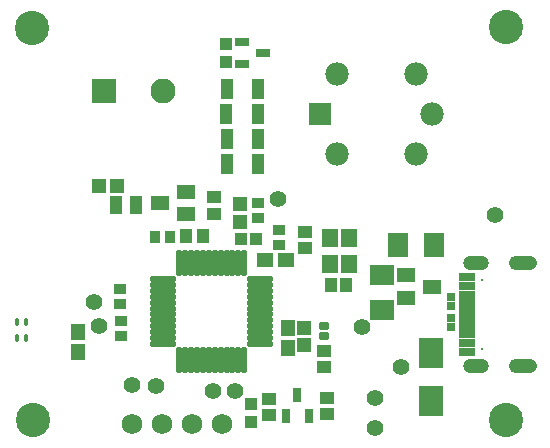
<source format=gts>
G04*
G04 #@! TF.GenerationSoftware,Altium Limited,CircuitMaker,2.3.0 (3)*
G04*
G04 Layer_Color=20142*
%FSLAX25Y25*%
%MOIN*%
G70*
G04*
G04 #@! TF.SameCoordinates,D9861004-D678-4A7D-ADCB-9CC0BAE6BC75*
G04*
G04*
G04 #@! TF.FilePolarity,Negative*
G04*
G01*
G75*
%ADD47R,0.06706X0.08280*%
%ADD48C,0.05524*%
%ADD49R,0.02572X0.02768*%
G04:AMPARAMS|DCode=50|XSize=15.81mil|YSize=23.68mil|CornerRadius=3.18mil|HoleSize=0mil|Usage=FLASHONLY|Rotation=0.000|XOffset=0mil|YOffset=0mil|HoleType=Round|Shape=RoundedRectangle|*
%AMROUNDEDRECTD50*
21,1,0.01581,0.01732,0,0,0.0*
21,1,0.00945,0.02368,0,0,0.0*
1,1,0.00636,0.00472,-0.00866*
1,1,0.00636,-0.00472,-0.00866*
1,1,0.00636,-0.00472,0.00866*
1,1,0.00636,0.00472,0.00866*
%
%ADD50ROUNDEDRECTD50*%
%ADD51R,0.06400X0.04800*%
%ADD52R,0.04147X0.03556*%
%ADD53R,0.04737X0.04343*%
%ADD54R,0.04343X0.04737*%
%ADD55R,0.04737X0.03950*%
%ADD56R,0.04737X0.04934*%
%ADD57R,0.04147X0.04343*%
%ADD58R,0.03162X0.05131*%
G04:AMPARAMS|DCode=59|XSize=29.26mil|YSize=33.98mil|CornerRadius=9.53mil|HoleSize=0mil|Usage=FLASHONLY|Rotation=90.000|XOffset=0mil|YOffset=0mil|HoleType=Round|Shape=RoundedRectangle|*
%AMROUNDEDRECTD59*
21,1,0.02926,0.01493,0,0,90.0*
21,1,0.01021,0.03398,0,0,90.0*
1,1,0.01905,0.00747,0.00510*
1,1,0.01905,0.00747,-0.00510*
1,1,0.01905,-0.00747,-0.00510*
1,1,0.01905,-0.00747,0.00510*
%
%ADD59ROUNDEDRECTD59*%
%ADD60R,0.06312X0.04737*%
%ADD61R,0.05524X0.06312*%
%ADD62R,0.04343X0.06902*%
%ADD63R,0.05131X0.03162*%
%ADD64O,0.01981X0.09068*%
%ADD65O,0.09068X0.01981*%
%ADD66R,0.04934X0.04737*%
%ADD67R,0.04147X0.06115*%
%ADD68R,0.07887X0.10249*%
%ADD69R,0.05131X0.05721*%
%ADD70R,0.04540X0.03950*%
G04:AMPARAMS|DCode=71|XSize=43mil|YSize=43mil|CornerRadius=8.38mil|HoleSize=0mil|Usage=FLASHONLY|Rotation=270.000|XOffset=0mil|YOffset=0mil|HoleType=Round|Shape=RoundedRectangle|*
%AMROUNDEDRECTD71*
21,1,0.04300,0.02625,0,0,270.0*
21,1,0.02625,0.04300,0,0,270.0*
1,1,0.01675,-0.01312,-0.01312*
1,1,0.01675,-0.01312,0.01312*
1,1,0.01675,0.01312,0.01312*
1,1,0.01675,0.01312,-0.01312*
%
%ADD71ROUNDEDRECTD71*%
%ADD72R,0.05721X0.05131*%
%ADD73R,0.03556X0.04147*%
%ADD74R,0.03950X0.04737*%
%ADD75R,0.08280X0.06706*%
%ADD76R,0.05721X0.03162*%
%ADD77R,0.05721X0.01981*%
%ADD78C,0.07737*%
%ADD79R,0.07737X0.07737*%
%ADD80C,0.08300*%
%ADD81R,0.08300X0.08300*%
%ADD82C,0.05600*%
%ADD83C,0.06800*%
%ADD84C,0.00800*%
G04:AMPARAMS|DCode=85|XSize=47.37mil|YSize=94.61mil|CornerRadius=23.68mil|HoleSize=0mil|Usage=FLASHONLY|Rotation=90.000|XOffset=0mil|YOffset=0mil|HoleType=Round|Shape=RoundedRectangle|*
%AMROUNDEDRECTD85*
21,1,0.04737,0.04724,0,0,90.0*
21,1,0.00000,0.09461,0,0,90.0*
1,1,0.04737,0.02362,0.00000*
1,1,0.04737,0.02362,0.00000*
1,1,0.04737,-0.02362,0.00000*
1,1,0.04737,-0.02362,0.00000*
%
%ADD85ROUNDEDRECTD85*%
G04:AMPARAMS|DCode=86|XSize=47.37mil|YSize=86.74mil|CornerRadius=23.68mil|HoleSize=0mil|Usage=FLASHONLY|Rotation=90.000|XOffset=0mil|YOffset=0mil|HoleType=Round|Shape=RoundedRectangle|*
%AMROUNDEDRECTD86*
21,1,0.04737,0.03937,0,0,90.0*
21,1,0.00000,0.08674,0,0,90.0*
1,1,0.04737,0.01968,0.00000*
1,1,0.04737,0.01968,0.00000*
1,1,0.04737,-0.01968,0.00000*
1,1,0.04737,-0.01968,0.00000*
%
%ADD86ROUNDEDRECTD86*%
%ADD87C,0.11430*%
D47*
X444587Y380118D02*
D03*
X432776D02*
D03*
D48*
X343996Y333366D02*
D03*
X352067Y333268D02*
D03*
X333100Y353300D02*
D03*
X331398Y361122D02*
D03*
X370866Y331594D02*
D03*
X378346D02*
D03*
X433563Y339567D02*
D03*
X392618Y395472D02*
D03*
X464861Y390214D02*
D03*
X420581Y352972D02*
D03*
D49*
X450197Y355807D02*
D03*
Y352854D02*
D03*
Y359842D02*
D03*
Y362795D02*
D03*
D50*
X308760Y349016D02*
D03*
X305610D02*
D03*
Y354528D02*
D03*
X308760D02*
D03*
D51*
X361865Y390330D02*
D03*
Y397870D02*
D03*
X353135Y394070D02*
D03*
D52*
X392900Y380239D02*
D03*
Y385161D02*
D03*
X386000Y394121D02*
D03*
Y389200D02*
D03*
X339900Y360539D02*
D03*
Y365461D02*
D03*
X340200Y354761D02*
D03*
Y349839D02*
D03*
D53*
X401700Y379043D02*
D03*
Y384358D02*
D03*
D54*
X410143Y366700D02*
D03*
X415457D02*
D03*
D55*
X371400Y390488D02*
D03*
Y396000D02*
D03*
X389567Y323425D02*
D03*
Y328937D02*
D03*
X408100Y339344D02*
D03*
Y344856D02*
D03*
D56*
X379800Y387747D02*
D03*
Y393653D02*
D03*
X401450Y352553D02*
D03*
Y346648D02*
D03*
D57*
X380341Y382300D02*
D03*
X385459D02*
D03*
D58*
X395374Y323130D02*
D03*
X402854D02*
D03*
X399114Y330217D02*
D03*
D59*
X408000Y349707D02*
D03*
Y353093D02*
D03*
D60*
X443996Y366240D02*
D03*
X435335Y362500D02*
D03*
Y369980D02*
D03*
D61*
X416250Y373769D02*
D03*
X416250Y382431D02*
D03*
X409950Y382431D02*
D03*
Y373769D02*
D03*
D62*
X385925Y406988D02*
D03*
X375492D02*
D03*
Y415453D02*
D03*
X385925D02*
D03*
X385827Y423721D02*
D03*
X375394D02*
D03*
X386024Y432185D02*
D03*
X375590D02*
D03*
D63*
X380512Y447835D02*
D03*
Y440354D02*
D03*
X387598Y444095D02*
D03*
D64*
X381398Y341831D02*
D03*
X379429D02*
D03*
X377461D02*
D03*
X375492D02*
D03*
X373524D02*
D03*
X371555D02*
D03*
X369587D02*
D03*
X367618D02*
D03*
X365650D02*
D03*
X363681D02*
D03*
X361713D02*
D03*
X359744D02*
D03*
Y374114D02*
D03*
X361713D02*
D03*
X363681D02*
D03*
X365650D02*
D03*
X367618D02*
D03*
X369587D02*
D03*
X371555D02*
D03*
X373524D02*
D03*
X375492D02*
D03*
X377461D02*
D03*
X379429D02*
D03*
X381398D02*
D03*
D65*
X354429Y347146D02*
D03*
Y349114D02*
D03*
Y351083D02*
D03*
Y353051D02*
D03*
Y355020D02*
D03*
Y356988D02*
D03*
Y358957D02*
D03*
Y360925D02*
D03*
Y362894D02*
D03*
Y364862D02*
D03*
Y366831D02*
D03*
Y368799D02*
D03*
X386713D02*
D03*
Y366831D02*
D03*
Y364862D02*
D03*
Y362894D02*
D03*
Y360925D02*
D03*
Y358957D02*
D03*
Y356988D02*
D03*
Y355020D02*
D03*
Y353051D02*
D03*
Y351083D02*
D03*
Y349114D02*
D03*
Y347146D02*
D03*
D66*
X338976Y399902D02*
D03*
X333071D02*
D03*
D67*
X338652Y393500D02*
D03*
X345148D02*
D03*
D68*
X443701Y344291D02*
D03*
Y328150D02*
D03*
D69*
X396063Y352362D02*
D03*
Y345669D02*
D03*
X326100Y351046D02*
D03*
Y344354D02*
D03*
D70*
X408957Y323721D02*
D03*
Y329035D02*
D03*
D71*
X383760Y321212D02*
D03*
Y327212D02*
D03*
X375394Y447292D02*
D03*
Y441292D02*
D03*
D72*
X395146Y375100D02*
D03*
X388454D02*
D03*
D73*
X351673Y382972D02*
D03*
X356594D02*
D03*
D74*
X362008Y383169D02*
D03*
X367520D02*
D03*
D75*
X427165Y370177D02*
D03*
Y358366D02*
D03*
D76*
X455508Y344390D02*
D03*
Y347539D02*
D03*
Y366437D02*
D03*
Y369587D02*
D03*
D77*
Y354035D02*
D03*
Y352067D02*
D03*
Y350098D02*
D03*
Y363878D02*
D03*
Y359941D02*
D03*
Y361910D02*
D03*
Y357972D02*
D03*
Y356004D02*
D03*
D78*
X438583Y410630D02*
D03*
Y437077D02*
D03*
X444060Y423853D02*
D03*
X412136Y437077D02*
D03*
Y410630D02*
D03*
D79*
X406658Y423853D02*
D03*
D80*
X354331Y431496D02*
D03*
D81*
X334646D02*
D03*
D82*
X424902Y329134D02*
D03*
Y319134D02*
D03*
D83*
X373878Y320472D02*
D03*
X363878D02*
D03*
X353878D02*
D03*
X343878D02*
D03*
D84*
X460532Y345571D02*
D03*
Y368406D02*
D03*
D85*
X474311Y374016D02*
D03*
Y339961D02*
D03*
D86*
X458563D02*
D03*
Y374016D02*
D03*
D87*
X468504Y452756D02*
D03*
X310630Y452362D02*
D03*
X310925Y321752D02*
D03*
X468504D02*
D03*
M02*

</source>
